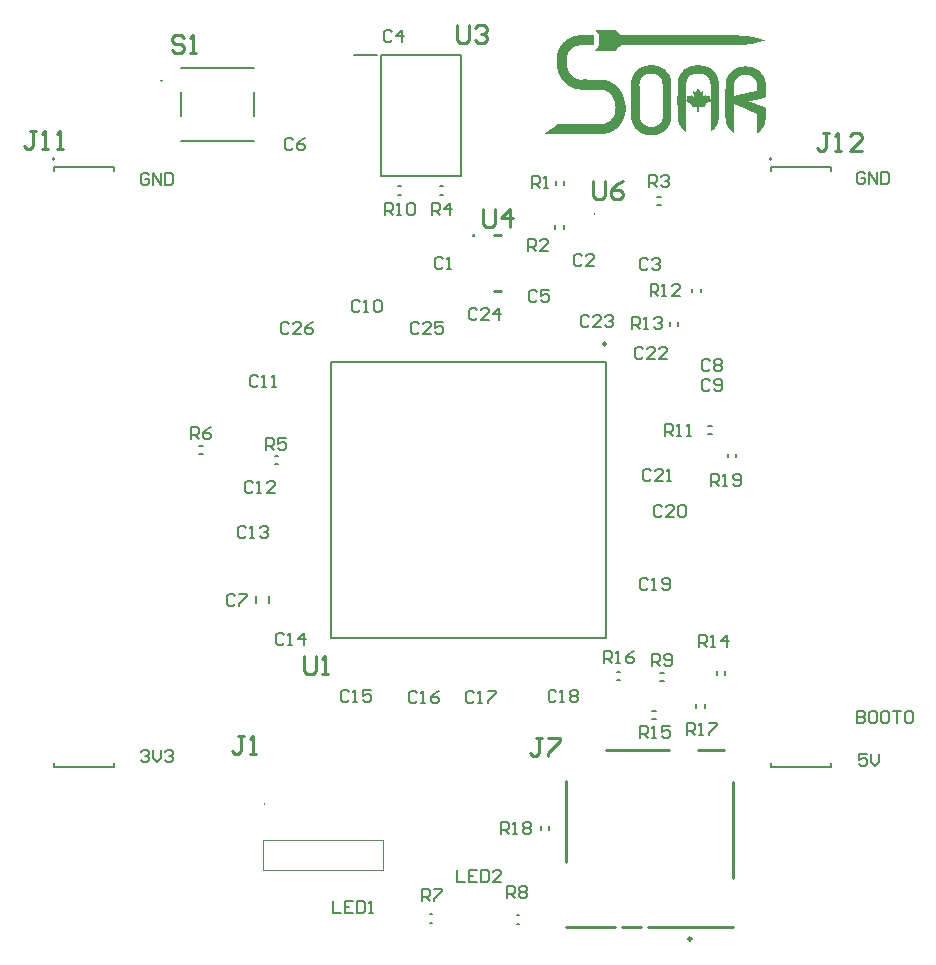
<source format=gto>
G04*
G04 #@! TF.GenerationSoftware,Altium Limited,Altium Designer,23.11.1 (41)*
G04*
G04 Layer_Color=65535*
%FSLAX25Y25*%
%MOIN*%
G70*
G04*
G04 #@! TF.SameCoordinates,7B13C31F-70D5-41CF-BA4D-497FEED21CC8*
G04*
G04*
G04 #@! TF.FilePolarity,Positive*
G04*
G01*
G75*
%ADD10C,0.00787*%
%ADD11C,0.01000*%
%ADD12C,0.00984*%
%ADD13C,0.00500*%
%ADD14C,0.00591*%
%ADD15C,0.00394*%
%ADD16C,0.00800*%
G36*
X219834Y322424D02*
X220070D01*
Y322306D01*
X220307D01*
Y322187D01*
X220425D01*
Y321951D01*
X220543D01*
Y321833D01*
X220661D01*
Y321714D01*
X220780D01*
Y321596D01*
X220898D01*
Y321478D01*
X221016D01*
Y321360D01*
X221135D01*
Y321241D01*
X221253D01*
Y321123D01*
X221371D01*
Y321005D01*
X221489D01*
Y320886D01*
X221608D01*
Y320768D01*
X221726D01*
Y320650D01*
X261228D01*
Y320532D01*
X262765D01*
Y320413D01*
X263830D01*
Y320295D01*
X264776D01*
Y320177D01*
X265486D01*
Y320059D01*
X266077D01*
Y319940D01*
X266668D01*
Y319822D01*
X267260D01*
Y319704D01*
X267733D01*
Y319586D01*
X268206D01*
Y319467D01*
X268561D01*
Y319349D01*
X269034D01*
Y319231D01*
X269389D01*
Y319112D01*
X269743D01*
Y318876D01*
X269389D01*
Y318758D01*
X269034D01*
Y318639D01*
X268679D01*
Y318521D01*
X268206D01*
Y318403D01*
X267733D01*
Y318285D01*
X267260D01*
Y318166D01*
X266668D01*
Y318048D01*
X266195D01*
Y317930D01*
X265486D01*
Y317811D01*
X264776D01*
Y317693D01*
X263830D01*
Y317575D01*
X262647D01*
Y317457D01*
X260991D01*
Y317338D01*
X254605D01*
Y317457D01*
X240649D01*
Y317338D01*
X221726D01*
Y317220D01*
X221608D01*
Y317102D01*
X221489D01*
Y316984D01*
X221371D01*
Y316865D01*
X221253D01*
Y316747D01*
X221135D01*
Y316629D01*
X221016D01*
Y316511D01*
X220898D01*
Y316392D01*
X220780D01*
Y316274D01*
X220661D01*
Y316156D01*
X220543D01*
Y316038D01*
X220425D01*
Y315919D01*
X220307D01*
Y315801D01*
X220188D01*
Y315564D01*
X219952D01*
Y315446D01*
X213211D01*
Y315564D01*
X213329D01*
Y315683D01*
X213447D01*
Y315919D01*
X213565D01*
Y316038D01*
X213684D01*
Y316156D01*
X213802D01*
Y316392D01*
X213920D01*
Y316511D01*
X214038D01*
Y316629D01*
X214157D01*
Y316865D01*
X214275D01*
Y316984D01*
X214393D01*
Y317220D01*
X214511D01*
Y320532D01*
X214630D01*
Y320650D01*
X214511D01*
Y320886D01*
X214393D01*
Y321005D01*
X214275D01*
Y321123D01*
X214157D01*
Y321360D01*
X214038D01*
Y321478D01*
X213920D01*
Y321596D01*
X213802D01*
Y321833D01*
X213684D01*
Y321951D01*
X213565D01*
Y322069D01*
X213447D01*
Y322306D01*
X213329D01*
Y322424D01*
X213211D01*
Y322542D01*
X219834D01*
Y322424D01*
D02*
G37*
G36*
X248455Y310597D02*
X249401D01*
Y310479D01*
X249874D01*
Y310361D01*
X250229D01*
Y310242D01*
X250584D01*
Y310124D01*
X250820D01*
Y310006D01*
X251057D01*
Y309888D01*
X251293D01*
Y309769D01*
X251530D01*
Y309651D01*
X251766D01*
Y309533D01*
X251885D01*
Y309414D01*
X252003D01*
Y309296D01*
X252239D01*
Y309178D01*
X252358D01*
Y309060D01*
X252476D01*
Y308941D01*
X252594D01*
Y308823D01*
X252712D01*
Y308705D01*
X252831D01*
Y308587D01*
X252949D01*
Y308468D01*
X253067D01*
Y308350D01*
X253186D01*
Y308232D01*
X253304D01*
Y307995D01*
X253422D01*
Y307877D01*
X253540D01*
Y307640D01*
X253659D01*
Y307522D01*
X253777D01*
Y307286D01*
X253895D01*
Y307049D01*
X254013D01*
Y306813D01*
X254132D01*
Y306458D01*
X254250D01*
Y305985D01*
X254368D01*
Y305511D01*
X254486D01*
Y304565D01*
X254605D01*
Y293448D01*
X254486D01*
Y292384D01*
X254368D01*
Y291911D01*
X254250D01*
Y291556D01*
X254132D01*
Y291201D01*
X254013D01*
Y290964D01*
X253895D01*
Y290728D01*
X253777D01*
Y290491D01*
X253659D01*
Y290373D01*
X253540D01*
Y290137D01*
X253422D01*
Y290018D01*
X253304D01*
Y289900D01*
X253186D01*
Y289664D01*
X253067D01*
Y289545D01*
X252949D01*
Y289427D01*
X252831D01*
Y289309D01*
X252712D01*
Y289190D01*
X252594D01*
Y289072D01*
X252476D01*
Y288954D01*
X252358D01*
Y288836D01*
X252239D01*
Y288717D01*
X252003D01*
Y288599D01*
X251885D01*
Y288481D01*
X251766D01*
Y298534D01*
X251648D01*
Y298652D01*
X251412D01*
Y298534D01*
X251293D01*
Y298415D01*
X251057D01*
Y298297D01*
X250939D01*
Y298179D01*
X250702D01*
Y298061D01*
X250584D01*
Y297942D01*
X250347D01*
Y297824D01*
X250229D01*
Y297706D01*
X250111D01*
Y297587D01*
X249874D01*
Y297351D01*
X249756D01*
Y296878D01*
X249874D01*
Y296641D01*
X248928D01*
Y296760D01*
X248337D01*
Y296878D01*
X248218D01*
Y296760D01*
X247982D01*
Y296523D01*
X247864D01*
Y296405D01*
X247982D01*
Y295340D01*
X247864D01*
Y295222D01*
X247745D01*
Y295104D01*
X247509D01*
Y295222D01*
X247272D01*
Y296760D01*
X247036D01*
Y296878D01*
X246917D01*
Y296760D01*
X246208D01*
Y296641D01*
X245498D01*
Y296523D01*
X245380D01*
Y296878D01*
X245498D01*
Y297469D01*
X245380D01*
Y297587D01*
X245262D01*
Y297706D01*
X245025D01*
Y297824D01*
X244907D01*
Y297942D01*
X244670D01*
Y298061D01*
X244552D01*
Y298179D01*
X244315D01*
Y298297D01*
X244197D01*
Y298415D01*
X244079D01*
Y298534D01*
X243842D01*
Y298652D01*
X243606D01*
Y288599D01*
X243251D01*
Y288717D01*
X243133D01*
Y288836D01*
X243014D01*
Y288954D01*
X242896D01*
Y289072D01*
X242778D01*
Y289190D01*
X242660D01*
Y289309D01*
X242541D01*
Y289427D01*
X242423D01*
Y289545D01*
X242305D01*
Y289664D01*
X242186D01*
Y289782D01*
X242068D01*
Y289900D01*
X241950D01*
Y290137D01*
X241832D01*
Y290255D01*
X241714D01*
Y290373D01*
X241595D01*
Y290610D01*
X241477D01*
Y290846D01*
X241359D01*
Y291083D01*
X241240D01*
Y291319D01*
X241122D01*
Y291674D01*
X241004D01*
Y292029D01*
X240886D01*
Y292620D01*
X240767D01*
Y297587D01*
X240649D01*
Y300544D01*
X240767D01*
Y305393D01*
X240886D01*
Y305866D01*
X241004D01*
Y306339D01*
X241122D01*
Y306694D01*
X241240D01*
Y306931D01*
X241359D01*
Y307167D01*
X241477D01*
Y307404D01*
X241595D01*
Y307640D01*
X241714D01*
Y307759D01*
X241832D01*
Y307995D01*
X241950D01*
Y308114D01*
X242068D01*
Y308350D01*
X242186D01*
Y308468D01*
X242305D01*
Y308587D01*
X242423D01*
Y308705D01*
X242541D01*
Y308823D01*
X242660D01*
Y308941D01*
X242778D01*
Y309060D01*
X242896D01*
Y309178D01*
X243014D01*
Y309296D01*
X243251D01*
Y309414D01*
X243369D01*
Y309533D01*
X243606D01*
Y309651D01*
X243724D01*
Y309769D01*
X243961D01*
Y309888D01*
X244197D01*
Y310006D01*
X244434D01*
Y310124D01*
X244670D01*
Y310242D01*
X245025D01*
Y310361D01*
X245380D01*
Y310479D01*
X245853D01*
Y310597D01*
X246681D01*
Y310715D01*
X248455D01*
Y310597D01*
D02*
G37*
G36*
X263712Y310242D02*
X264894D01*
Y310124D01*
X265486D01*
Y310006D01*
X265840D01*
Y309888D01*
X266195D01*
Y309769D01*
X266432D01*
Y309651D01*
X266668D01*
Y309533D01*
X266905D01*
Y309414D01*
X267141D01*
Y309296D01*
X267260D01*
Y309178D01*
X267496D01*
Y309060D01*
X267614D01*
Y308941D01*
X267733D01*
Y308823D01*
X267851D01*
Y308705D01*
X268088D01*
Y308587D01*
X268206D01*
Y308468D01*
X268324D01*
Y308350D01*
X268442D01*
Y308114D01*
X268561D01*
Y307995D01*
X268679D01*
Y307877D01*
X268797D01*
Y307759D01*
X268915D01*
Y307522D01*
X269034D01*
Y307404D01*
X269152D01*
Y307167D01*
X269270D01*
Y307049D01*
X269389D01*
Y306813D01*
X269507D01*
Y306576D01*
X269625D01*
Y306339D01*
X269743D01*
Y305985D01*
X269862D01*
Y305630D01*
X269980D01*
Y305038D01*
X270098D01*
Y300071D01*
X269980D01*
Y299953D01*
X269862D01*
Y299835D01*
X269625D01*
Y299716D01*
X269034D01*
Y299598D01*
X268442D01*
Y299480D01*
X267851D01*
Y299361D01*
X267378D01*
Y299243D01*
X266787D01*
Y299125D01*
X266195D01*
Y299007D01*
X265722D01*
Y298888D01*
X265131D01*
Y298770D01*
X264658D01*
Y298652D01*
X264539D01*
Y298534D01*
X264776D01*
Y298415D01*
X265131D01*
Y298297D01*
X265486D01*
Y298179D01*
X265840D01*
Y298061D01*
X266195D01*
Y297942D01*
X266432D01*
Y297824D01*
X266787D01*
Y297706D01*
X267141D01*
Y297587D01*
X267496D01*
Y297469D01*
X267851D01*
Y297351D01*
X268088D01*
Y297233D01*
X268442D01*
Y297114D01*
X268797D01*
Y296996D01*
X269152D01*
Y296878D01*
X269507D01*
Y296760D01*
X269743D01*
Y296641D01*
X269980D01*
Y296405D01*
X270098D01*
Y292384D01*
X269980D01*
Y291674D01*
X269862D01*
Y291201D01*
X269743D01*
Y290846D01*
X269625D01*
Y290610D01*
X269507D01*
Y290373D01*
X269389D01*
Y290137D01*
X269270D01*
Y289900D01*
X269152D01*
Y289782D01*
X269034D01*
Y289545D01*
X268915D01*
Y289427D01*
X268797D01*
Y289309D01*
X268679D01*
Y289190D01*
X268561D01*
Y288954D01*
X268442D01*
Y288836D01*
X268324D01*
Y288717D01*
X268088D01*
Y288599D01*
X267969D01*
Y288481D01*
X267851D01*
Y288363D01*
X267733D01*
Y288244D01*
X267614D01*
Y288126D01*
X267378D01*
Y288008D01*
X267260D01*
Y289782D01*
Y289900D01*
Y294276D01*
X267141D01*
Y294513D01*
X267023D01*
Y294631D01*
X266787D01*
Y294749D01*
X266432D01*
Y294867D01*
X266195D01*
Y294986D01*
X265959D01*
Y295104D01*
X265604D01*
Y295222D01*
X265367D01*
Y295340D01*
X265131D01*
Y295459D01*
X264776D01*
Y295577D01*
X264539D01*
Y295695D01*
X264303D01*
Y295813D01*
X263948D01*
Y295932D01*
X263712D01*
Y296050D01*
X263475D01*
Y296168D01*
X263120D01*
Y296287D01*
X262884D01*
Y296405D01*
X262647D01*
Y296523D01*
X262411D01*
Y296641D01*
X262056D01*
Y296760D01*
X261819D01*
Y296878D01*
X261583D01*
Y296996D01*
X261228D01*
Y297114D01*
X260991D01*
Y297233D01*
X260755D01*
Y297351D01*
X260518D01*
Y297469D01*
X260163D01*
Y297587D01*
X259927D01*
Y297706D01*
X259572D01*
Y297469D01*
X259454D01*
Y288481D01*
X259572D01*
Y288244D01*
X259454D01*
Y288126D01*
X259217D01*
Y288244D01*
X259099D01*
Y288363D01*
X258981D01*
Y288481D01*
X258862D01*
Y288599D01*
X258744D01*
Y288717D01*
X258626D01*
Y288836D01*
X258508D01*
Y288954D01*
X258389D01*
Y289072D01*
X258271D01*
Y289190D01*
X258153D01*
Y289309D01*
X258035D01*
Y289427D01*
X257916D01*
Y289545D01*
X257798D01*
Y289782D01*
X257680D01*
Y289900D01*
X257561D01*
Y290137D01*
X257443D01*
Y290373D01*
X257325D01*
Y290610D01*
X257207D01*
Y290846D01*
X257088D01*
Y291201D01*
X256970D01*
Y291556D01*
X256852D01*
Y292147D01*
X256734D01*
Y292975D01*
X256615D01*
Y302791D01*
X256734D01*
Y305157D01*
X256852D01*
Y305748D01*
X256970D01*
Y306103D01*
X257088D01*
Y306339D01*
X257207D01*
Y306694D01*
X257325D01*
Y306931D01*
X257443D01*
Y307049D01*
X257561D01*
Y307286D01*
X257680D01*
Y307404D01*
X257798D01*
Y307640D01*
X257916D01*
Y307759D01*
X258035D01*
Y307877D01*
X258153D01*
Y308114D01*
X258271D01*
Y308232D01*
X258389D01*
Y308350D01*
X258508D01*
Y308468D01*
X258626D01*
Y308587D01*
X258744D01*
Y308705D01*
X258981D01*
Y308823D01*
X259099D01*
Y308941D01*
X259217D01*
Y309060D01*
X259336D01*
Y309178D01*
X259572D01*
Y309296D01*
X259690D01*
Y309414D01*
X259927D01*
Y309533D01*
X260163D01*
Y309651D01*
X260400D01*
Y309769D01*
X260636D01*
Y309888D01*
X260991D01*
Y310006D01*
X261346D01*
Y310124D01*
X261819D01*
Y310242D01*
X263002D01*
Y310361D01*
X263712D01*
Y310242D01*
D02*
G37*
G36*
X212737Y320532D02*
X212856D01*
Y320059D01*
X212737D01*
Y317457D01*
X212619D01*
Y317338D01*
X207770D01*
Y317220D01*
X207179D01*
Y317102D01*
X206824D01*
Y316984D01*
X206469D01*
Y316865D01*
X206233D01*
Y316747D01*
X205996D01*
Y316629D01*
X205878D01*
Y316511D01*
X205641D01*
Y316392D01*
X205523D01*
Y316274D01*
X205405D01*
Y316156D01*
X205168D01*
Y316038D01*
X205050D01*
Y315801D01*
X204932D01*
Y315683D01*
X204814D01*
Y315564D01*
X204695D01*
Y315446D01*
X204577D01*
Y315210D01*
X204459D01*
Y314973D01*
X204340D01*
Y314737D01*
X204222D01*
Y314500D01*
X204104D01*
Y314145D01*
X203986D01*
Y313672D01*
X203867D01*
Y313199D01*
X203749D01*
Y310479D01*
X203867D01*
Y310006D01*
X203986D01*
Y309651D01*
X204104D01*
Y309296D01*
X204222D01*
Y309060D01*
X204340D01*
Y308823D01*
X204459D01*
Y308587D01*
X204577D01*
Y308350D01*
X204695D01*
Y308232D01*
X204814D01*
Y307995D01*
X204932D01*
Y307877D01*
X205050D01*
Y307640D01*
X205168D01*
Y307522D01*
X205287D01*
Y307404D01*
X205405D01*
Y307286D01*
X205523D01*
Y307167D01*
X205641D01*
Y307049D01*
X205760D01*
Y306931D01*
X205878D01*
Y306813D01*
X206114D01*
Y306694D01*
X206233D01*
Y306576D01*
X206351D01*
Y306458D01*
X206588D01*
Y306339D01*
X206824D01*
Y306221D01*
X207061D01*
Y306103D01*
X207415D01*
Y305985D01*
X208007D01*
Y305866D01*
X209308D01*
Y305985D01*
X210372D01*
Y305866D01*
X213211D01*
Y305748D01*
X213565D01*
Y305866D01*
X216286D01*
Y305748D01*
X216759D01*
Y305630D01*
X217232D01*
Y305511D01*
X217586D01*
Y305393D01*
X217823D01*
Y305275D01*
X218178D01*
Y305157D01*
X218414D01*
Y305038D01*
X218651D01*
Y304920D01*
X218769D01*
Y304802D01*
X219006D01*
Y304684D01*
X219242D01*
Y304565D01*
X219361D01*
Y304447D01*
X219597D01*
Y304329D01*
X219715D01*
Y304211D01*
X219834D01*
Y304092D01*
X220070D01*
Y303974D01*
X220188D01*
Y303856D01*
X220307D01*
Y303737D01*
X220425D01*
Y303619D01*
X220543D01*
Y303501D01*
X220661D01*
Y303383D01*
X220780D01*
Y303264D01*
X220898D01*
Y303146D01*
X221016D01*
Y303028D01*
X221135D01*
Y302791D01*
X221253D01*
Y302673D01*
X221371D01*
Y302555D01*
X221489D01*
Y302436D01*
X221608D01*
Y302200D01*
X221726D01*
Y302082D01*
X221844D01*
Y301845D01*
X221962D01*
Y301609D01*
X222081D01*
Y301490D01*
X222199D01*
Y301254D01*
X222317D01*
Y301017D01*
X222436D01*
Y300662D01*
X222554D01*
Y300426D01*
X222672D01*
Y300071D01*
X222790D01*
Y299716D01*
X222909D01*
Y299243D01*
X223027D01*
Y298770D01*
X223145D01*
Y298179D01*
X223264D01*
Y297351D01*
X223382D01*
Y295222D01*
X223264D01*
Y294394D01*
X223145D01*
Y293921D01*
X223027D01*
Y293566D01*
X222909D01*
Y293212D01*
X222790D01*
Y292857D01*
X222672D01*
Y292620D01*
X222554D01*
Y292384D01*
X222436D01*
Y292147D01*
X222317D01*
Y291911D01*
X222199D01*
Y291674D01*
X222081D01*
Y291438D01*
X221962D01*
Y291319D01*
X221844D01*
Y291083D01*
X221726D01*
Y290964D01*
X221608D01*
Y290846D01*
X221489D01*
Y290610D01*
X221371D01*
Y290491D01*
X221253D01*
Y290373D01*
X221135D01*
Y290255D01*
X221016D01*
Y290137D01*
X220898D01*
Y290018D01*
X220780D01*
Y289900D01*
X220661D01*
Y289782D01*
X220543D01*
Y289664D01*
X220425D01*
Y289545D01*
X220307D01*
Y289427D01*
X220188D01*
Y289309D01*
X219952D01*
Y289190D01*
X219834D01*
Y289072D01*
X219597D01*
Y288954D01*
X219479D01*
Y288836D01*
X219242D01*
Y288717D01*
X219006D01*
Y288599D01*
X218769D01*
Y288481D01*
X218533D01*
Y288363D01*
X218178D01*
Y288244D01*
X217823D01*
Y288126D01*
X217468D01*
Y288008D01*
X216877D01*
Y287889D01*
X214630D01*
Y287771D01*
X196416D01*
Y288008D01*
X196653D01*
Y288126D01*
X196771D01*
Y288244D01*
X197008D01*
Y288363D01*
X197126D01*
Y288481D01*
X197244D01*
Y288599D01*
X197481D01*
Y288717D01*
X197599D01*
Y288836D01*
X197836D01*
Y288954D01*
X197954D01*
Y289072D01*
X198190D01*
Y289190D01*
X198309D01*
Y289309D01*
X198545D01*
Y289427D01*
X198663D01*
Y289545D01*
X198900D01*
Y289664D01*
X199018D01*
Y289782D01*
X199136D01*
Y289900D01*
X199373D01*
Y290018D01*
X199491D01*
Y290137D01*
X199728D01*
Y290255D01*
X199846D01*
Y290373D01*
X200083D01*
Y290491D01*
X200201D01*
Y290610D01*
X200437D01*
Y290728D01*
X200556D01*
Y290846D01*
X200674D01*
Y290964D01*
X200911D01*
Y291083D01*
X215812D01*
Y291201D01*
X216404D01*
Y291319D01*
X216759D01*
Y291438D01*
X217113D01*
Y291556D01*
X217350D01*
Y291674D01*
X217586D01*
Y291792D01*
X217705D01*
Y291911D01*
X217941D01*
Y292029D01*
X218060D01*
Y292147D01*
X218296D01*
Y292265D01*
X218414D01*
Y292384D01*
X218533D01*
Y292502D01*
X218651D01*
Y292620D01*
X218769D01*
Y292739D01*
X218887D01*
Y292857D01*
X219006D01*
Y293093D01*
X219124D01*
Y293212D01*
X219242D01*
Y293448D01*
X219361D01*
Y293566D01*
X219479D01*
Y293803D01*
X219597D01*
Y294158D01*
X219715D01*
Y294513D01*
X219834D01*
Y294986D01*
X219952D01*
Y296287D01*
X220070D01*
Y296641D01*
X219952D01*
Y297942D01*
X219834D01*
Y298534D01*
X219715D01*
Y298888D01*
X219597D01*
Y299243D01*
X219479D01*
Y299480D01*
X219361D01*
Y299716D01*
X219242D01*
Y299953D01*
X219124D01*
Y300189D01*
X219006D01*
Y300308D01*
X218887D01*
Y300544D01*
X218769D01*
Y300662D01*
X218651D01*
Y300781D01*
X218533D01*
Y300899D01*
X218414D01*
Y301017D01*
X218296D01*
Y301136D01*
X218178D01*
Y301254D01*
X218060D01*
Y301372D01*
X217941D01*
Y301490D01*
X217823D01*
Y301609D01*
X217705D01*
Y301727D01*
X217468D01*
Y301845D01*
X217350D01*
Y301963D01*
X217113D01*
Y302082D01*
X216877D01*
Y302200D01*
X216640D01*
Y302318D01*
X216286D01*
Y302436D01*
X215931D01*
Y302555D01*
X212501D01*
Y302436D01*
X209544D01*
Y302555D01*
X208125D01*
Y302673D01*
X207297D01*
Y302791D01*
X206824D01*
Y302910D01*
X206351D01*
Y303028D01*
X205996D01*
Y303146D01*
X205641D01*
Y303264D01*
X205405D01*
Y303383D01*
X205050D01*
Y303501D01*
X204814D01*
Y303619D01*
X204695D01*
Y303737D01*
X204459D01*
Y303856D01*
X204222D01*
Y303974D01*
X204104D01*
Y304092D01*
X203986D01*
Y304211D01*
X203749D01*
Y304329D01*
X203631D01*
Y304447D01*
X203513D01*
Y304565D01*
X203394D01*
Y304684D01*
X203276D01*
Y304802D01*
X203158D01*
Y304920D01*
X203039D01*
Y305038D01*
X202921D01*
Y305157D01*
X202803D01*
Y305275D01*
X202685D01*
Y305393D01*
X202566D01*
Y305511D01*
X202448D01*
Y305748D01*
X202330D01*
Y305866D01*
X202211D01*
Y305985D01*
X202093D01*
Y306221D01*
X201975D01*
Y306458D01*
X201857D01*
Y306576D01*
X201739D01*
Y306813D01*
X201620D01*
Y307049D01*
X201502D01*
Y307286D01*
X201384D01*
Y307522D01*
X201265D01*
Y307877D01*
X201147D01*
Y308232D01*
X201029D01*
Y308587D01*
X200911D01*
Y308941D01*
X200792D01*
Y309296D01*
X200674D01*
Y309888D01*
X200556D01*
Y310597D01*
X200437D01*
Y312016D01*
X200319D01*
Y312253D01*
X200437D01*
Y313672D01*
X200556D01*
Y314264D01*
X200674D01*
Y314737D01*
X200792D01*
Y315210D01*
X200911D01*
Y315446D01*
X201029D01*
Y315801D01*
X201147D01*
Y316038D01*
X201265D01*
Y316274D01*
X201384D01*
Y316511D01*
X201502D01*
Y316747D01*
X201620D01*
Y316984D01*
X201739D01*
Y317102D01*
X201857D01*
Y317338D01*
X201975D01*
Y317457D01*
X202093D01*
Y317575D01*
X202211D01*
Y317811D01*
X202330D01*
Y317930D01*
X202448D01*
Y318048D01*
X202566D01*
Y318166D01*
X202685D01*
Y318285D01*
X202803D01*
Y318403D01*
X202921D01*
Y318521D01*
X203039D01*
Y318639D01*
X203158D01*
Y318758D01*
X203276D01*
Y318876D01*
X203513D01*
Y318994D01*
X203631D01*
Y319112D01*
X203749D01*
Y319231D01*
X203986D01*
Y319349D01*
X204104D01*
Y319467D01*
X204340D01*
Y319586D01*
X204577D01*
Y319704D01*
X204814D01*
Y319822D01*
X205050D01*
Y319940D01*
X205287D01*
Y320059D01*
X205641D01*
Y320177D01*
X205996D01*
Y320295D01*
X206351D01*
Y320413D01*
X206824D01*
Y320532D01*
X207534D01*
Y320650D01*
X212737D01*
Y320532D01*
D02*
G37*
G36*
X233080Y310597D02*
X233671D01*
Y310479D01*
X234144D01*
Y310361D01*
X234499D01*
Y310242D01*
X234736D01*
Y310124D01*
X235090D01*
Y310006D01*
X235327D01*
Y309888D01*
X235563D01*
Y309769D01*
X235682D01*
Y309651D01*
X235918D01*
Y309533D01*
X236036D01*
Y309414D01*
X236273D01*
Y309296D01*
X236391D01*
Y309178D01*
X236510D01*
Y309060D01*
X236628D01*
Y308941D01*
X236746D01*
Y308823D01*
X236864D01*
Y308705D01*
X236983D01*
Y308587D01*
X237101D01*
Y308468D01*
X237219D01*
Y308350D01*
X237337D01*
Y308232D01*
X237456D01*
Y307995D01*
X237574D01*
Y307877D01*
X237692D01*
Y307640D01*
X237811D01*
Y307404D01*
X237929D01*
Y307286D01*
X238047D01*
Y306931D01*
X238165D01*
Y306694D01*
X238284D01*
Y306339D01*
X238402D01*
Y305985D01*
X238520D01*
Y305393D01*
X238638D01*
Y292502D01*
X238520D01*
Y292029D01*
X238402D01*
Y291674D01*
X238284D01*
Y291319D01*
X238165D01*
Y291083D01*
X238047D01*
Y290846D01*
X237929D01*
Y290610D01*
X237811D01*
Y290373D01*
X237692D01*
Y290255D01*
X237574D01*
Y290018D01*
X237456D01*
Y289900D01*
X237337D01*
Y289782D01*
X237219D01*
Y289545D01*
X237101D01*
Y289427D01*
X236983D01*
Y289309D01*
X236864D01*
Y289190D01*
X236746D01*
Y289072D01*
X236628D01*
Y288954D01*
X236510D01*
Y288836D01*
X236273D01*
Y288717D01*
X236155D01*
Y288599D01*
X236036D01*
Y288481D01*
X235800D01*
Y288363D01*
X235682D01*
Y288244D01*
X235445D01*
Y288126D01*
X235209D01*
Y288008D01*
X234972D01*
Y287889D01*
X234736D01*
Y287771D01*
X234499D01*
Y287653D01*
X234144D01*
Y287535D01*
X233671D01*
Y287416D01*
X232843D01*
Y287298D01*
X231188D01*
Y287416D01*
X230360D01*
Y287535D01*
X229768D01*
Y287653D01*
X229414D01*
Y287771D01*
X229177D01*
Y287889D01*
X228822D01*
Y288008D01*
X228586D01*
Y288126D01*
X228467D01*
Y288244D01*
X228231D01*
Y288363D01*
X227994D01*
Y288481D01*
X227876D01*
Y288599D01*
X227758D01*
Y288717D01*
X227521D01*
Y288836D01*
X227403D01*
Y288954D01*
X227285D01*
Y289072D01*
X227166D01*
Y289190D01*
X227048D01*
Y289309D01*
X226930D01*
Y289427D01*
X226812D01*
Y289545D01*
X226693D01*
Y289664D01*
X226575D01*
Y289900D01*
X226457D01*
Y290018D01*
X226339D01*
Y290137D01*
X226220D01*
Y290373D01*
X226102D01*
Y290610D01*
X225984D01*
Y290728D01*
X225865D01*
Y290964D01*
X225747D01*
Y291319D01*
X225629D01*
Y291556D01*
X225511D01*
Y291911D01*
X225392D01*
Y292502D01*
X225274D01*
Y304092D01*
X225156D01*
Y304684D01*
X225274D01*
Y305630D01*
X225392D01*
Y306103D01*
X225511D01*
Y306458D01*
X225629D01*
Y306813D01*
X225747D01*
Y307049D01*
X225865D01*
Y307286D01*
X225984D01*
Y307522D01*
X226102D01*
Y307640D01*
X226220D01*
Y307877D01*
X226339D01*
Y307995D01*
X226457D01*
Y308232D01*
X226575D01*
Y308350D01*
X226693D01*
Y308468D01*
X226812D01*
Y308587D01*
X226930D01*
Y308705D01*
X227048D01*
Y308823D01*
X227166D01*
Y308941D01*
X227285D01*
Y309060D01*
X227403D01*
Y309178D01*
X227521D01*
Y309296D01*
X227639D01*
Y309414D01*
X227758D01*
Y309533D01*
X227994D01*
Y309651D01*
X228113D01*
Y309769D01*
X228349D01*
Y309888D01*
X228586D01*
Y310006D01*
X228822D01*
Y310124D01*
X229059D01*
Y310242D01*
X229414D01*
Y310361D01*
X229768D01*
Y310479D01*
X230123D01*
Y310597D01*
X230833D01*
Y310715D01*
X233080D01*
Y310597D01*
D02*
G37*
%LPC*%
G36*
X248810Y307877D02*
X246563D01*
Y307759D01*
X246089D01*
Y307640D01*
X245735D01*
Y307522D01*
X245498D01*
Y307404D01*
X245262D01*
Y307286D01*
X245025D01*
Y307167D01*
X244907D01*
Y307049D01*
X244670D01*
Y306931D01*
X244552D01*
Y306813D01*
X244434D01*
Y306694D01*
X244315D01*
Y306458D01*
X244197D01*
Y306339D01*
X244079D01*
Y306221D01*
X243961D01*
Y305985D01*
X243842D01*
Y305630D01*
X243724D01*
Y305157D01*
X243606D01*
Y303619D01*
X243488D01*
Y301490D01*
X243606D01*
Y299243D01*
X243961D01*
Y299716D01*
X243842D01*
Y300308D01*
X243724D01*
Y300426D01*
X244434D01*
Y300308D01*
X244907D01*
Y300426D01*
X245025D01*
Y300544D01*
X245143D01*
Y300781D01*
X245498D01*
Y300662D01*
X245616D01*
Y300544D01*
X245735D01*
Y300426D01*
X245853D01*
Y300308D01*
X245971D01*
Y300189D01*
X246208D01*
Y300544D01*
X246089D01*
Y301254D01*
X245971D01*
Y301963D01*
X245853D01*
Y302082D01*
X246089D01*
Y301963D01*
X246326D01*
Y301845D01*
X246444D01*
Y301727D01*
X246799D01*
Y301845D01*
X246917D01*
Y301963D01*
X247036D01*
Y302200D01*
X247154D01*
Y302436D01*
X247272D01*
Y302673D01*
X247390D01*
Y302791D01*
X247509D01*
Y302910D01*
X247745D01*
Y302673D01*
X247864D01*
Y302555D01*
X247982D01*
Y302318D01*
X248100D01*
Y302082D01*
X248218D01*
Y301963D01*
X248337D01*
Y301845D01*
X248455D01*
Y301727D01*
X248810D01*
Y301845D01*
X248928D01*
Y301963D01*
X249164D01*
Y302082D01*
X249283D01*
Y301609D01*
X249164D01*
Y300899D01*
X249046D01*
Y300426D01*
X248928D01*
Y300308D01*
X249046D01*
Y300189D01*
X249283D01*
Y300308D01*
X249401D01*
Y300426D01*
X249519D01*
Y300544D01*
X249756D01*
Y300662D01*
X249874D01*
Y300781D01*
X250111D01*
Y300544D01*
X250229D01*
Y300426D01*
X250584D01*
Y300308D01*
X250820D01*
Y300426D01*
X251412D01*
Y300544D01*
X251530D01*
Y299953D01*
X251412D01*
Y299243D01*
X251530D01*
Y299125D01*
X251648D01*
Y299480D01*
X251766D01*
Y304447D01*
X251648D01*
Y304565D01*
Y305275D01*
X251530D01*
Y305630D01*
X251412D01*
Y305866D01*
X251293D01*
Y306103D01*
X251175D01*
Y306339D01*
X251057D01*
Y306458D01*
X250939D01*
Y306576D01*
X250820D01*
Y306813D01*
X250702D01*
Y306931D01*
X250465D01*
Y307049D01*
X250347D01*
Y307167D01*
X250229D01*
Y307286D01*
X249992D01*
Y307404D01*
X249874D01*
Y307522D01*
X249638D01*
Y307640D01*
X249283D01*
Y307759D01*
X248810D01*
Y307877D01*
D02*
G37*
G36*
X264421Y307404D02*
X262411D01*
Y307286D01*
X261937D01*
Y307167D01*
X261583D01*
Y307049D01*
X261346D01*
Y306931D01*
X261228D01*
Y306813D01*
X260991D01*
Y306694D01*
X260873D01*
Y306576D01*
X260755D01*
Y306458D01*
X260636D01*
Y306339D01*
X260518D01*
Y306221D01*
X260400D01*
Y306103D01*
X260282D01*
Y305985D01*
X260163D01*
Y305748D01*
X260045D01*
Y305630D01*
X259927D01*
Y305393D01*
X259809D01*
Y305038D01*
X259690D01*
Y304565D01*
X259572D01*
Y303501D01*
X259454D01*
Y301963D01*
X259572D01*
Y301254D01*
X259454D01*
Y300781D01*
X259572D01*
Y300662D01*
X259690D01*
Y300544D01*
X260045D01*
Y300662D01*
X260636D01*
Y300781D01*
X261110D01*
Y300899D01*
X261701D01*
Y301017D01*
X262292D01*
Y301136D01*
X262765D01*
Y301254D01*
X263357D01*
Y301372D01*
X263830D01*
Y301490D01*
X264421D01*
Y301609D01*
X264894D01*
Y301727D01*
X265486D01*
Y301845D01*
X266077D01*
Y301963D01*
X266668D01*
Y302082D01*
X267023D01*
Y302200D01*
X267141D01*
Y302318D01*
X267260D01*
Y304565D01*
X267141D01*
Y304684D01*
Y304802D01*
Y305038D01*
X267023D01*
Y305275D01*
X266905D01*
Y305630D01*
X266787D01*
Y305748D01*
X266668D01*
Y305985D01*
X266550D01*
Y306103D01*
X266432D01*
Y306221D01*
X266314D01*
Y306339D01*
X266195D01*
Y306458D01*
X266077D01*
Y306576D01*
X265959D01*
Y306694D01*
X265840D01*
Y306813D01*
X265604D01*
Y306931D01*
X265486D01*
Y307049D01*
X265249D01*
Y307167D01*
X264894D01*
Y307286D01*
X264421D01*
Y307404D01*
D02*
G37*
G36*
X232725Y307877D02*
X231069D01*
Y307759D01*
X230596D01*
Y307640D01*
X230241D01*
Y307522D01*
X230005D01*
Y307404D01*
X229768D01*
Y307286D01*
X229532D01*
Y307167D01*
X229414D01*
Y307049D01*
X229295D01*
Y306931D01*
X229177D01*
Y306813D01*
X229059D01*
Y306694D01*
X228940D01*
Y306576D01*
X228822D01*
Y306458D01*
X228704D01*
Y306339D01*
X228586D01*
Y306103D01*
X228467D01*
Y305866D01*
X228349D01*
Y305511D01*
X228231D01*
Y305157D01*
X228113D01*
Y304329D01*
X227994D01*
Y303737D01*
X228113D01*
Y293212D01*
X228231D01*
Y292739D01*
X228349D01*
Y292384D01*
X228467D01*
Y292147D01*
X228586D01*
Y291911D01*
X228704D01*
Y291674D01*
X228822D01*
Y291556D01*
X228940D01*
Y291438D01*
X229059D01*
Y291201D01*
X229177D01*
Y291083D01*
X229414D01*
Y290964D01*
X229532D01*
Y290846D01*
X229650D01*
Y290728D01*
X229887D01*
Y290610D01*
X230123D01*
Y290491D01*
X230360D01*
Y290373D01*
X230714D01*
Y290255D01*
X231306D01*
Y290137D01*
X232488D01*
Y290255D01*
X233080D01*
Y290373D01*
X233553D01*
Y290491D01*
X233908D01*
Y290610D01*
X234144D01*
Y290728D01*
X234262D01*
Y290846D01*
X234499D01*
Y290964D01*
X234617D01*
Y291083D01*
X234854D01*
Y291201D01*
X234972D01*
Y291438D01*
X235090D01*
Y291556D01*
X235209D01*
Y291674D01*
X235327D01*
Y291911D01*
X235445D01*
Y292147D01*
X235563D01*
Y292384D01*
X235682D01*
Y292857D01*
X235800D01*
Y293566D01*
X235918D01*
Y296405D01*
X235800D01*
Y299716D01*
Y299835D01*
Y304565D01*
X235682D01*
Y305275D01*
X235563D01*
Y305748D01*
X235445D01*
Y305985D01*
X235327D01*
Y306221D01*
X235209D01*
Y306339D01*
X235090D01*
Y306576D01*
X234972D01*
Y306694D01*
X234854D01*
Y306813D01*
X234736D01*
Y306931D01*
X234617D01*
Y307049D01*
X234381D01*
Y307167D01*
X234262D01*
Y307286D01*
X234026D01*
Y307404D01*
X233908D01*
Y307522D01*
X233553D01*
Y307640D01*
X233198D01*
Y307759D01*
X232725D01*
Y307877D01*
D02*
G37*
%LPD*%
D10*
X33119Y279359D02*
G03*
X33119Y279359I-394J0D01*
G01*
X68391Y305600D02*
G03*
X68785Y305600I197J0D01*
G01*
D02*
G03*
X68391Y305600I-197J0D01*
G01*
D02*
G03*
X68785Y305600I197J0D01*
G01*
X272072Y279359D02*
G03*
X272072Y279359I-394J0D01*
G01*
X103069Y64400D02*
G03*
X103069Y64400I-197J0D01*
G01*
X212983Y261143D02*
G03*
X212983Y261143I-106J0D01*
G01*
X132857Y314256D02*
X140456D01*
X141834Y273756D02*
Y314244D01*
Y273756D02*
X168566D01*
Y314244D01*
X141834D02*
X168566D01*
X32969Y276800D02*
X52973D01*
X32969Y76800D02*
X52973D01*
X32969Y275422D02*
Y276800D01*
X52973Y275422D02*
Y276800D01*
Y76800D02*
Y78178D01*
X32969Y76800D02*
Y78178D01*
X195122Y55762D02*
Y56943D01*
X232309Y95584D02*
X233491D01*
X232309Y92828D02*
X233491D01*
X257522Y180009D02*
Y181191D01*
X271922Y76800D02*
Y78178D01*
Y275422D02*
Y276800D01*
X197878Y55762D02*
Y56943D01*
X253822Y107509D02*
Y108691D01*
X256578Y107509D02*
Y108691D01*
X235009Y108037D02*
X236191D01*
X199948Y256268D02*
Y257449D01*
X202704Y256268D02*
Y257449D01*
X81368Y181121D02*
X82550D01*
X247022Y96468D02*
Y97650D01*
X249778Y96468D02*
Y97650D01*
X81368Y183877D02*
X82550D01*
X235009Y105281D02*
X236191D01*
X251009Y190478D02*
X252191D01*
X251009Y187722D02*
X252191D01*
X271922Y276800D02*
X291926D01*
X238222Y223809D02*
Y224991D01*
X200043Y270909D02*
Y272091D01*
X260278Y180009D02*
Y181191D01*
X248378Y235010D02*
Y236191D01*
X271922Y76800D02*
X291926D01*
Y275422D02*
Y276800D01*
Y76800D02*
Y78178D01*
X245622Y235010D02*
Y236191D01*
X240978Y223809D02*
Y224991D01*
X202799Y270909D02*
Y272091D01*
X106409Y177822D02*
X107591D01*
X106409Y180578D02*
X107591D01*
X99494Y293789D02*
Y301663D01*
X75084Y293789D02*
Y301663D01*
Y285521D02*
X99494D01*
X75084Y309931D02*
X99494D01*
X147409Y267522D02*
X148591D01*
X147409Y270278D02*
X148591D01*
X161509Y270278D02*
X162691D01*
X161509Y267522D02*
X162691D01*
X125234Y211666D02*
X216966D01*
X125234Y119934D02*
Y211666D01*
Y119934D02*
X216966D01*
X234009Y264022D02*
X235191D01*
X234009Y266778D02*
X235191D01*
X220408Y105814D02*
X221589D01*
X216966Y119934D02*
Y211666D01*
X220408Y108570D02*
X221589D01*
D11*
X172808Y253883D02*
G03*
X172808Y253883I-177J0D01*
G01*
X245342Y19479D02*
G03*
X245342Y19479I-551J0D01*
G01*
X247417Y82342D02*
X256255D01*
X216869D02*
X237964D01*
X203617Y44948D02*
Y72259D01*
X259287Y39696D02*
Y71645D01*
X230935Y23483D02*
X259287D01*
X222273D02*
X228426D01*
X203617D02*
X219765D01*
X179556Y254091D02*
X181705D01*
X179556Y235587D02*
X181705D01*
X167302Y324199D02*
Y319201D01*
X168301Y318201D01*
X170301D01*
X171300Y319201D01*
Y324199D01*
X173300Y323199D02*
X174299Y324199D01*
X176299D01*
X177298Y323199D01*
Y322200D01*
X176299Y321200D01*
X175299D01*
X176299D01*
X177298Y320200D01*
Y319201D01*
X176299Y318201D01*
X174299D01*
X173300Y319201D01*
X116201Y113899D02*
Y108901D01*
X117201Y107901D01*
X119200D01*
X120200Y108901D01*
Y113899D01*
X122199Y107901D02*
X124199D01*
X123199D01*
Y113899D01*
X122199Y112899D01*
X175802Y262699D02*
Y257701D01*
X176801Y256701D01*
X178801D01*
X179800Y257701D01*
Y262699D01*
X184799Y256701D02*
Y262699D01*
X181800Y259700D01*
X185798D01*
X76200Y319699D02*
X75200Y320699D01*
X73201D01*
X72201Y319699D01*
Y318700D01*
X73201Y317700D01*
X75200D01*
X76200Y316700D01*
Y315701D01*
X75200Y314701D01*
X73201D01*
X72201Y315701D01*
X78199Y314701D02*
X80199D01*
X79199D01*
Y320699D01*
X78199Y319699D01*
X291301Y288199D02*
X289302D01*
X290301D01*
Y283201D01*
X289302Y282201D01*
X288302D01*
X287302Y283201D01*
X293301Y282201D02*
X295300D01*
X294300D01*
Y288199D01*
X293301Y287199D01*
X302298Y282201D02*
X298299D01*
X302298Y286200D01*
Y287199D01*
X301298Y288199D01*
X299299D01*
X298299Y287199D01*
X26801Y288899D02*
X24802D01*
X25801D01*
Y283901D01*
X24802Y282901D01*
X23802D01*
X22802Y283901D01*
X28800Y282901D02*
X30799D01*
X29800D01*
Y288899D01*
X28800Y287899D01*
X33799Y282901D02*
X35798D01*
X34798D01*
Y288899D01*
X33799Y287899D01*
X195600Y86399D02*
X193601D01*
X194601D01*
Y81401D01*
X193601Y80401D01*
X192601D01*
X191602Y81401D01*
X197600Y86399D02*
X201598D01*
Y85399D01*
X197600Y81401D01*
Y80401D01*
X96200Y87099D02*
X94201D01*
X95200D01*
Y82101D01*
X94201Y81101D01*
X93201D01*
X92201Y82101D01*
X98199Y81101D02*
X100199D01*
X99199D01*
Y87099D01*
X98199Y86099D01*
X212402Y271999D02*
Y267001D01*
X213401Y266001D01*
X215401D01*
X216400Y267001D01*
Y271999D01*
X222398D02*
X220399Y270999D01*
X218400Y269000D01*
Y267001D01*
X219399Y266001D01*
X221399D01*
X222398Y267001D01*
Y268000D01*
X221399Y269000D01*
X218400D01*
D12*
X216868Y217769D02*
G03*
X216868Y217769I-492J0D01*
G01*
D13*
X187185Y24325D02*
X187815D01*
X187185Y27475D02*
X187815D01*
X158331Y24625D02*
X158961D01*
X158331Y27775D02*
X158961D01*
D14*
X104665Y131339D02*
Y133622D01*
X100335Y131339D02*
Y133622D01*
D15*
X102400Y52451D02*
X142400D01*
X102400Y42451D02*
Y52451D01*
Y42451D02*
X142400D01*
Y52451D01*
D16*
X153767Y101533D02*
X153101Y102199D01*
X151768D01*
X151102Y101533D01*
Y98867D01*
X151768Y98201D01*
X153101D01*
X153767Y98867D01*
X155100Y98201D02*
X156433D01*
X155767D01*
Y102199D01*
X155100Y101533D01*
X161098Y102199D02*
X159766Y101533D01*
X158433Y100200D01*
Y98867D01*
X159099Y98201D01*
X160432D01*
X161098Y98867D01*
Y99534D01*
X160432Y100200D01*
X158433D01*
X303766Y80999D02*
X301100D01*
Y78999D01*
X302433Y79666D01*
X303099D01*
X303766Y78999D01*
Y77666D01*
X303099Y77000D01*
X301766D01*
X301100Y77666D01*
X305099Y80999D02*
Y78333D01*
X306432Y77000D01*
X307765Y78333D01*
Y80999D01*
X300500Y95399D02*
Y91400D01*
X302499D01*
X303166Y92066D01*
Y92733D01*
X302499Y93399D01*
X300500D01*
X302499D01*
X303166Y94066D01*
Y94732D01*
X302499Y95399D01*
X300500D01*
X306498D02*
X305165D01*
X304499Y94732D01*
Y92066D01*
X305165Y91400D01*
X306498D01*
X307165Y92066D01*
Y94732D01*
X306498Y95399D01*
X310497D02*
X309164D01*
X308497Y94732D01*
Y92066D01*
X309164Y91400D01*
X310497D01*
X311163Y92066D01*
Y94732D01*
X310497Y95399D01*
X312496D02*
X315162D01*
X313829D01*
Y91400D01*
X316495Y94732D02*
X317161Y95399D01*
X318494D01*
X319161Y94732D01*
Y92066D01*
X318494Y91400D01*
X317161D01*
X316495Y92066D01*
Y94732D01*
X303266Y274532D02*
X302599Y275199D01*
X301266D01*
X300600Y274532D01*
Y271866D01*
X301266Y271200D01*
X302599D01*
X303266Y271866D01*
Y273199D01*
X301933D01*
X304599Y271200D02*
Y275199D01*
X307264Y271200D01*
Y275199D01*
X308597D02*
Y271200D01*
X310597D01*
X311263Y271866D01*
Y274532D01*
X310597Y275199D01*
X308597D01*
X64566Y274032D02*
X63899Y274699D01*
X62566D01*
X61900Y274032D01*
Y271366D01*
X62566Y270700D01*
X63899D01*
X64566Y271366D01*
Y272699D01*
X63233D01*
X65899Y270700D02*
Y274699D01*
X68564Y270700D01*
Y274699D01*
X69897D02*
Y270700D01*
X71897D01*
X72563Y271366D01*
Y274032D01*
X71897Y274699D01*
X69897D01*
X61900Y81632D02*
X62566Y82299D01*
X63899D01*
X64566Y81632D01*
Y80966D01*
X63899Y80299D01*
X63233D01*
X63899D01*
X64566Y79633D01*
Y78966D01*
X63899Y78300D01*
X62566D01*
X61900Y78966D01*
X65899Y82299D02*
Y79633D01*
X67232Y78300D01*
X68564Y79633D01*
Y82299D01*
X69897Y81632D02*
X70564Y82299D01*
X71897D01*
X72563Y81632D01*
Y80966D01*
X71897Y80299D01*
X71230D01*
X71897D01*
X72563Y79633D01*
Y78966D01*
X71897Y78300D01*
X70564D01*
X69897Y78966D01*
X251902Y170301D02*
Y174299D01*
X253901D01*
X254567Y173633D01*
Y172300D01*
X253901Y171634D01*
X251902D01*
X253235D02*
X254567Y170301D01*
X255900D02*
X257233D01*
X256567D01*
Y174299D01*
X255900Y173633D01*
X259233Y170967D02*
X259899Y170301D01*
X261232D01*
X261898Y170967D01*
Y173633D01*
X261232Y174299D01*
X259899D01*
X259233Y173633D01*
Y172967D01*
X259899Y172300D01*
X261898D01*
X111163Y224344D02*
X110496Y225010D01*
X109163D01*
X108497Y224344D01*
Y221678D01*
X109163Y221011D01*
X110496D01*
X111163Y221678D01*
X115161Y221011D02*
X112496D01*
X115161Y223677D01*
Y224344D01*
X114495Y225010D01*
X113162D01*
X112496Y224344D01*
X119160Y225010D02*
X117827Y224344D01*
X116494Y223011D01*
Y221678D01*
X117161Y221011D01*
X118494D01*
X119160Y221678D01*
Y222344D01*
X118494Y223011D01*
X116494D01*
X154461Y224444D02*
X153794Y225111D01*
X152461D01*
X151795Y224444D01*
Y221778D01*
X152461Y221112D01*
X153794D01*
X154461Y221778D01*
X158459Y221112D02*
X155793D01*
X158459Y223778D01*
Y224444D01*
X157793Y225111D01*
X156460D01*
X155793Y224444D01*
X162458Y225111D02*
X159792D01*
Y223111D01*
X161125Y223778D01*
X161792D01*
X162458Y223111D01*
Y221778D01*
X161792Y221112D01*
X160459D01*
X159792Y221778D01*
X174034Y229133D02*
X173368Y229799D01*
X172035D01*
X171368Y229133D01*
Y226467D01*
X172035Y225801D01*
X173368D01*
X174034Y226467D01*
X178033Y225801D02*
X175367D01*
X178033Y228466D01*
Y229133D01*
X177366Y229799D01*
X176033D01*
X175367Y229133D01*
X181365Y225801D02*
Y229799D01*
X179366Y227800D01*
X182032D01*
X211171Y226859D02*
X210505Y227525D01*
X209172D01*
X208506Y226859D01*
Y224193D01*
X209172Y223527D01*
X210505D01*
X211171Y224193D01*
X215170Y223527D02*
X212504D01*
X215170Y226192D01*
Y226859D01*
X214504Y227525D01*
X213171D01*
X212504Y226859D01*
X216503D02*
X217169Y227525D01*
X218502D01*
X219169Y226859D01*
Y226192D01*
X218502Y225526D01*
X217836D01*
X218502D01*
X219169Y224860D01*
Y224193D01*
X218502Y223527D01*
X217169D01*
X216503Y224193D01*
X193756Y235086D02*
X193089Y235753D01*
X191756D01*
X191090Y235086D01*
Y232420D01*
X191756Y231754D01*
X193089D01*
X193756Y232420D01*
X197755Y235753D02*
X195089D01*
Y233753D01*
X196422Y234420D01*
X197088D01*
X197755Y233753D01*
Y232420D01*
X197088Y231754D01*
X195755D01*
X195089Y232420D01*
X229047Y216133D02*
X228380Y216799D01*
X227047D01*
X226381Y216133D01*
Y213467D01*
X227047Y212801D01*
X228380D01*
X229047Y213467D01*
X233046Y212801D02*
X230380D01*
X233046Y215466D01*
Y216133D01*
X232379Y216799D01*
X231046D01*
X230380Y216133D01*
X237044Y212801D02*
X234378D01*
X237044Y215466D01*
Y216133D01*
X236378Y216799D01*
X235045D01*
X234378Y216133D01*
X181802Y54601D02*
Y58599D01*
X183801D01*
X184467Y57933D01*
Y56600D01*
X183801Y55934D01*
X181802D01*
X183134D02*
X184467Y54601D01*
X185800D02*
X187133D01*
X186467D01*
Y58599D01*
X185800Y57933D01*
X189133D02*
X189799Y58599D01*
X191132D01*
X191798Y57933D01*
Y57266D01*
X191132Y56600D01*
X191798Y55934D01*
Y55267D01*
X191132Y54601D01*
X189799D01*
X189133Y55267D01*
Y55934D01*
X189799Y56600D01*
X189133Y57266D01*
Y57933D01*
X189799Y56600D02*
X191132D01*
X243802Y87301D02*
Y91299D01*
X245801D01*
X246467Y90633D01*
Y89300D01*
X245801Y88634D01*
X243802D01*
X245134D02*
X246467Y87301D01*
X247800D02*
X249133D01*
X248467D01*
Y91299D01*
X247800Y90633D01*
X251133Y91299D02*
X253798D01*
Y90633D01*
X251133Y87967D01*
Y87301D01*
X216200Y111301D02*
Y115299D01*
X218199D01*
X218866Y114633D01*
Y113300D01*
X218199Y112634D01*
X216200D01*
X217533D02*
X218866Y111301D01*
X220199D02*
X221532D01*
X220865D01*
Y115299D01*
X220199Y114633D01*
X226197Y115299D02*
X224864Y114633D01*
X223531Y113300D01*
Y111967D01*
X224197Y111301D01*
X225530D01*
X226197Y111967D01*
Y112634D01*
X225530Y113300D01*
X223531D01*
X228302Y86401D02*
Y90399D01*
X230301D01*
X230967Y89733D01*
Y88400D01*
X230301Y87734D01*
X228302D01*
X229634D02*
X230967Y86401D01*
X232300D02*
X233633D01*
X232967D01*
Y90399D01*
X232300Y89733D01*
X238298Y90399D02*
X235633D01*
Y88400D01*
X236965Y89066D01*
X237632D01*
X238298Y88400D01*
Y87067D01*
X237632Y86401D01*
X236299D01*
X235633Y87067D01*
X247902Y116701D02*
Y120699D01*
X249901D01*
X250567Y120033D01*
Y118700D01*
X249901Y118034D01*
X247902D01*
X249235D02*
X250567Y116701D01*
X251900D02*
X253233D01*
X252567D01*
Y120699D01*
X251900Y120033D01*
X257232Y116701D02*
Y120699D01*
X255233Y118700D01*
X257898D01*
X225402Y222901D02*
Y226899D01*
X227401D01*
X228067Y226233D01*
Y224900D01*
X227401Y224234D01*
X225402D01*
X226734D02*
X228067Y222901D01*
X229400D02*
X230733D01*
X230067D01*
Y226899D01*
X229400Y226233D01*
X232733D02*
X233399Y226899D01*
X234732D01*
X235398Y226233D01*
Y225566D01*
X234732Y224900D01*
X234066D01*
X234732D01*
X235398Y224234D01*
Y223567D01*
X234732Y222901D01*
X233399D01*
X232733Y223567D01*
X231702Y233701D02*
Y237699D01*
X233701D01*
X234367Y237033D01*
Y235700D01*
X233701Y235034D01*
X231702D01*
X233034D02*
X234367Y233701D01*
X235700D02*
X237033D01*
X236367D01*
Y237699D01*
X235700Y237033D01*
X241698Y233701D02*
X239033D01*
X241698Y236366D01*
Y237033D01*
X241032Y237699D01*
X239699D01*
X239033Y237033D01*
X78468Y186101D02*
Y190099D01*
X80467D01*
X81134Y189433D01*
Y188100D01*
X80467Y187434D01*
X78468D01*
X79801D02*
X81134Y186101D01*
X85132Y190099D02*
X83799Y189433D01*
X82467Y188100D01*
Y186767D01*
X83133Y186101D01*
X84466D01*
X85132Y186767D01*
Y187434D01*
X84466Y188100D01*
X82467D01*
X103568Y182501D02*
Y186499D01*
X105567D01*
X106234Y185833D01*
Y184500D01*
X105567Y183834D01*
X103568D01*
X104901D02*
X106234Y182501D01*
X110232Y186499D02*
X107566D01*
Y184500D01*
X108899Y185167D01*
X109566D01*
X110232Y184500D01*
Y183167D01*
X109566Y182501D01*
X108233D01*
X107566Y183167D01*
X232001Y175315D02*
X231334Y175981D01*
X230001D01*
X229335Y175315D01*
Y172649D01*
X230001Y171983D01*
X231334D01*
X232001Y172649D01*
X235999Y171983D02*
X233334D01*
X235999Y174648D01*
Y175315D01*
X235333Y175981D01*
X234000D01*
X233334Y175315D01*
X237332Y171983D02*
X238665D01*
X237999D01*
Y175981D01*
X237332Y175315D01*
X235444Y163570D02*
X234778Y164236D01*
X233445D01*
X232779Y163570D01*
Y160904D01*
X233445Y160238D01*
X234778D01*
X235444Y160904D01*
X239443Y160238D02*
X236777D01*
X239443Y162903D01*
Y163570D01*
X238777Y164236D01*
X237444D01*
X236777Y163570D01*
X240776D02*
X241442Y164236D01*
X242775D01*
X243442Y163570D01*
Y160904D01*
X242775Y160238D01*
X241442D01*
X240776Y160904D01*
Y163570D01*
X231005Y138942D02*
X230339Y139608D01*
X229006D01*
X228340Y138942D01*
Y136276D01*
X229006Y135610D01*
X230339D01*
X231005Y136276D01*
X232338Y135610D02*
X233671D01*
X233005D01*
Y139608D01*
X232338Y138942D01*
X235670Y136276D02*
X236337Y135610D01*
X237670D01*
X238336Y136276D01*
Y138942D01*
X237670Y139608D01*
X236337D01*
X235670Y138942D01*
Y138276D01*
X236337Y137609D01*
X238336D01*
X200367Y101733D02*
X199701Y102399D01*
X198368D01*
X197702Y101733D01*
Y99067D01*
X198368Y98401D01*
X199701D01*
X200367Y99067D01*
X201700Y98401D02*
X203033D01*
X202367D01*
Y102399D01*
X201700Y101733D01*
X205033D02*
X205699Y102399D01*
X207032D01*
X207698Y101733D01*
Y101066D01*
X207032Y100400D01*
X207698Y99734D01*
Y99067D01*
X207032Y98401D01*
X205699D01*
X205033Y99067D01*
Y99734D01*
X205699Y100400D01*
X205033Y101066D01*
Y101733D01*
X205699Y100400D02*
X207032D01*
X172867Y101531D02*
X172201Y102197D01*
X170868D01*
X170202Y101531D01*
Y98865D01*
X170868Y98198D01*
X172201D01*
X172867Y98865D01*
X174200Y98198D02*
X175533D01*
X174867D01*
Y102197D01*
X174200Y101531D01*
X177533Y102197D02*
X180198D01*
Y101531D01*
X177533Y98865D01*
Y98198D01*
X131267Y101833D02*
X130601Y102499D01*
X129268D01*
X128602Y101833D01*
Y99167D01*
X129268Y98501D01*
X130601D01*
X131267Y99167D01*
X132600Y98501D02*
X133933D01*
X133267D01*
Y102499D01*
X132600Y101833D01*
X138598Y102499D02*
X135933D01*
Y100500D01*
X137266Y101166D01*
X137932D01*
X138598Y100500D01*
Y99167D01*
X137932Y98501D01*
X136599D01*
X135933Y99167D01*
X109667Y120833D02*
X109001Y121499D01*
X107668D01*
X107002Y120833D01*
Y118167D01*
X107668Y117501D01*
X109001D01*
X109667Y118167D01*
X111000Y117501D02*
X112333D01*
X111667D01*
Y121499D01*
X111000Y120833D01*
X116332Y117501D02*
Y121499D01*
X114333Y119500D01*
X116998D01*
X96967Y156433D02*
X96301Y157099D01*
X94968D01*
X94302Y156433D01*
Y153767D01*
X94968Y153101D01*
X96301D01*
X96967Y153767D01*
X98300Y153101D02*
X99633D01*
X98967D01*
Y157099D01*
X98300Y156433D01*
X101633D02*
X102299Y157099D01*
X103632D01*
X104298Y156433D01*
Y155766D01*
X103632Y155100D01*
X102965D01*
X103632D01*
X104298Y154434D01*
Y153767D01*
X103632Y153101D01*
X102299D01*
X101633Y153767D01*
X99186Y171333D02*
X98519Y171999D01*
X97186D01*
X96520Y171333D01*
Y168667D01*
X97186Y168001D01*
X98519D01*
X99186Y168667D01*
X100519Y168001D02*
X101852D01*
X101185D01*
Y171999D01*
X100519Y171333D01*
X106517Y168001D02*
X103851D01*
X106517Y170667D01*
Y171333D01*
X105850Y171999D01*
X104517D01*
X103851Y171333D01*
X101034Y206633D02*
X100367Y207299D01*
X99035D01*
X98368Y206633D01*
Y203967D01*
X99035Y203301D01*
X100367D01*
X101034Y203967D01*
X102367Y203301D02*
X103700D01*
X103033D01*
Y207299D01*
X102367Y206633D01*
X105699Y203301D02*
X107032D01*
X106366D01*
Y207299D01*
X105699Y206633D01*
X251434Y212133D02*
X250767Y212799D01*
X249434D01*
X248768Y212133D01*
Y209467D01*
X249434Y208801D01*
X250767D01*
X251434Y209467D01*
X252766Y212133D02*
X253433Y212799D01*
X254766D01*
X255432Y212133D01*
Y211466D01*
X254766Y210800D01*
X255432Y210134D01*
Y209467D01*
X254766Y208801D01*
X253433D01*
X252766Y209467D01*
Y210134D01*
X253433Y210800D01*
X252766Y211466D01*
Y212133D01*
X253433Y210800D02*
X254766D01*
X134704Y231900D02*
X134037Y232567D01*
X132704D01*
X132038Y231900D01*
Y229235D01*
X132704Y228568D01*
X134037D01*
X134704Y229235D01*
X136037Y228568D02*
X137369D01*
X136703D01*
Y232567D01*
X136037Y231900D01*
X139369D02*
X140035Y232567D01*
X141368D01*
X142035Y231900D01*
Y229235D01*
X141368Y228568D01*
X140035D01*
X139369Y229235D01*
Y231900D01*
X251534Y205433D02*
X250867Y206099D01*
X249534D01*
X248868Y205433D01*
Y202767D01*
X249534Y202101D01*
X250867D01*
X251534Y202767D01*
X252867D02*
X253533Y202101D01*
X254866D01*
X255532Y202767D01*
Y205433D01*
X254866Y206099D01*
X253533D01*
X252867Y205433D01*
Y204767D01*
X253533Y204100D01*
X255532D01*
X93334Y133933D02*
X92667Y134599D01*
X91334D01*
X90668Y133933D01*
Y131267D01*
X91334Y130601D01*
X92667D01*
X93334Y131267D01*
X94666Y134599D02*
X97332D01*
Y133933D01*
X94666Y131267D01*
Y130601D01*
X236568Y187101D02*
Y191099D01*
X238567D01*
X239234Y190433D01*
Y189100D01*
X238567Y188434D01*
X236568D01*
X237901D02*
X239234Y187101D01*
X240567D02*
X241900D01*
X241233D01*
Y191099D01*
X240567Y190433D01*
X243899Y187101D02*
X245232D01*
X244566D01*
Y191099D01*
X243899Y190433D01*
X143102Y260701D02*
Y264699D01*
X145101D01*
X145767Y264033D01*
Y262700D01*
X145101Y262034D01*
X143102D01*
X144434D02*
X145767Y260701D01*
X147100D02*
X148433D01*
X147767D01*
Y264699D01*
X147100Y264033D01*
X150433D02*
X151099Y264699D01*
X152432D01*
X153098Y264033D01*
Y261367D01*
X152432Y260701D01*
X151099D01*
X150433Y261367D01*
Y264033D01*
X232168Y110601D02*
Y114599D01*
X234167D01*
X234834Y113933D01*
Y112600D01*
X234167Y111934D01*
X232168D01*
X233501D02*
X234834Y110601D01*
X236167Y111267D02*
X236833Y110601D01*
X238166D01*
X238832Y111267D01*
Y113933D01*
X238166Y114599D01*
X236833D01*
X236167Y113933D01*
Y113267D01*
X236833Y112600D01*
X238832D01*
X183868Y33201D02*
Y37199D01*
X185867D01*
X186533Y36533D01*
Y35200D01*
X185867Y34534D01*
X183868D01*
X185201D02*
X186533Y33201D01*
X187866Y36533D02*
X188533Y37199D01*
X189866D01*
X190532Y36533D01*
Y35866D01*
X189866Y35200D01*
X190532Y34534D01*
Y33867D01*
X189866Y33201D01*
X188533D01*
X187866Y33867D01*
Y34534D01*
X188533Y35200D01*
X187866Y35866D01*
Y36533D01*
X188533Y35200D02*
X189866D01*
X155468Y32201D02*
Y36199D01*
X157467D01*
X158133Y35533D01*
Y34200D01*
X157467Y33534D01*
X155468D01*
X156801D02*
X158133Y32201D01*
X159467Y36199D02*
X162132D01*
Y35533D01*
X159467Y32867D01*
Y32201D01*
X167269Y42439D02*
Y38441D01*
X169935D01*
X173933Y42439D02*
X171268D01*
Y38441D01*
X173933D01*
X171268Y40440D02*
X172601D01*
X175267Y42439D02*
Y38441D01*
X177266D01*
X177932Y39107D01*
Y41773D01*
X177266Y42439D01*
X175267D01*
X181931Y38441D02*
X179265D01*
X181931Y41107D01*
Y41773D01*
X181264Y42439D01*
X179932D01*
X179265Y41773D01*
X125836Y31999D02*
Y28001D01*
X128501D01*
X132500Y31999D02*
X129834D01*
Y28001D01*
X132500D01*
X129834Y30000D02*
X131167D01*
X133833Y31999D02*
Y28001D01*
X135832D01*
X136499Y28667D01*
Y31333D01*
X135832Y31999D01*
X133833D01*
X137832Y28001D02*
X139164D01*
X138498D01*
Y31999D01*
X137832Y31333D01*
X158968Y260801D02*
Y264799D01*
X160967D01*
X161634Y264133D01*
Y262800D01*
X160967Y262134D01*
X158968D01*
X160301D02*
X161634Y260801D01*
X164966D02*
Y264799D01*
X162967Y262800D01*
X165632D01*
X208934Y247093D02*
X208267Y247760D01*
X206934D01*
X206268Y247093D01*
Y244427D01*
X206934Y243761D01*
X208267D01*
X208934Y244427D01*
X212932Y243761D02*
X210266D01*
X212932Y246427D01*
Y247093D01*
X212266Y247760D01*
X210933D01*
X210266Y247093D01*
X231034Y245833D02*
X230367Y246499D01*
X229034D01*
X228368Y245833D01*
Y243167D01*
X229034Y242501D01*
X230367D01*
X231034Y243167D01*
X232366Y245833D02*
X233033Y246499D01*
X234366D01*
X235032Y245833D01*
Y245166D01*
X234366Y244500D01*
X233699D01*
X234366D01*
X235032Y243834D01*
Y243167D01*
X234366Y242501D01*
X233033D01*
X232366Y243167D01*
X162500Y246033D02*
X161834Y246699D01*
X160501D01*
X159834Y246033D01*
Y243367D01*
X160501Y242701D01*
X161834D01*
X162500Y243367D01*
X163833Y242701D02*
X165166D01*
X164499D01*
Y246699D01*
X163833Y246033D01*
X112533Y285633D02*
X111867Y286299D01*
X110534D01*
X109868Y285633D01*
Y282967D01*
X110534Y282301D01*
X111867D01*
X112533Y282967D01*
X116532Y286299D02*
X115199Y285633D01*
X113866Y284300D01*
Y282967D01*
X114533Y282301D01*
X115866D01*
X116532Y282967D01*
Y283634D01*
X115866Y284300D01*
X113866D01*
X231068Y270001D02*
Y273999D01*
X233067D01*
X233734Y273333D01*
Y272000D01*
X233067Y271334D01*
X231068D01*
X232401D02*
X233734Y270001D01*
X235067Y273333D02*
X235733Y273999D01*
X237066D01*
X237732Y273333D01*
Y272666D01*
X237066Y272000D01*
X236399D01*
X237066D01*
X237732Y271334D01*
Y270667D01*
X237066Y270001D01*
X235733D01*
X235067Y270667D01*
X190868Y248901D02*
Y252899D01*
X192867D01*
X193534Y252233D01*
Y250900D01*
X192867Y250234D01*
X190868D01*
X192201D02*
X193534Y248901D01*
X197532D02*
X194867D01*
X197532Y251566D01*
Y252233D01*
X196866Y252899D01*
X195533D01*
X194867Y252233D01*
X192262Y269622D02*
Y273621D01*
X194261D01*
X194927Y272954D01*
Y271621D01*
X194261Y270955D01*
X192262D01*
X193594D02*
X194927Y269622D01*
X196260D02*
X197593D01*
X196927D01*
Y273621D01*
X196260Y272954D01*
X145633Y321733D02*
X144967Y322399D01*
X143634D01*
X142968Y321733D01*
Y319067D01*
X143634Y318401D01*
X144967D01*
X145633Y319067D01*
X148966Y318401D02*
Y322399D01*
X146967Y320400D01*
X149632D01*
M02*

</source>
